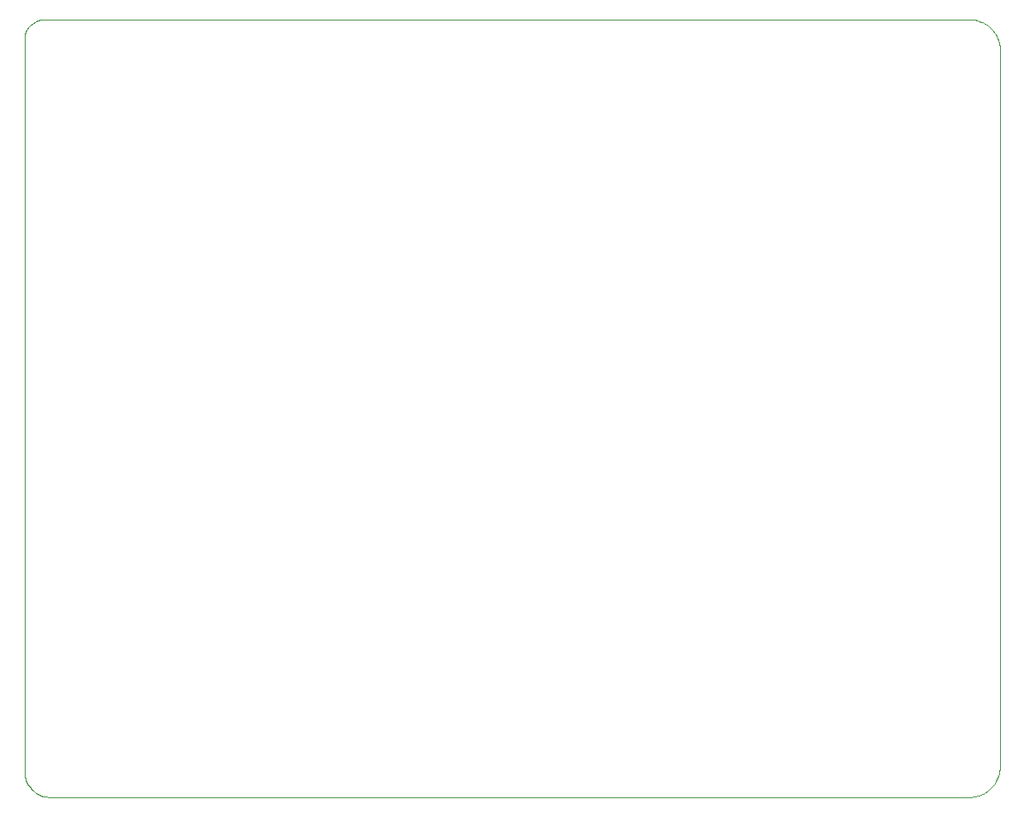
<source format=gbr>
%FSTAX23Y23*%
%MOIN*%
%SFA1B1*%

%IPPOS*%
%ADD123C,0.001000*%
%LNbatt_man_rev2_profile-1*%
%LPD*%
G54D123*
X0Y0057D02*
Y03405D01*
D01*
X0Y0341*
X0Y03416*
X0Y03421*
X0Y03427*
X00001Y03432*
X00002Y03438*
X00004Y03443*
X00006Y03448*
X00009Y03453*
X00012Y03458*
X00015Y03463*
X00019Y03467*
X00022Y03471*
X00026Y03475*
X00031Y03479*
X00035Y03482*
X0004Y03485*
X00045Y03487*
X0005Y0349*
X00056Y03492*
X00061Y03493*
X00067Y03494*
X00072Y03495*
X00078Y03495*
X00084Y03495*
X00086Y03496*
X03673*
X03674*
D01*
X03682Y03496*
X0369Y03496*
X03699Y03495*
X03707Y03494*
X03715Y03492*
X03723Y03489*
X03731Y03486*
X03739Y03483*
X03746Y03478*
X03753Y03474*
X0376Y03469*
X03766Y03463*
X03772Y03457*
X03777Y03451*
X03782Y03444*
X03787Y03437*
X03791Y0343*
X03795Y03422*
X03798Y03414*
X038Y03406*
X03802Y03398*
X03803Y0339*
X03804Y03381*
X03804Y03376*
Y00598*
X03803Y00597*
D01*
X03803Y00588*
X03803Y0058*
X03803Y00571*
X03802Y00563*
X038Y00555*
X03798Y00546*
X03795Y00539*
X03792Y00531*
X03788Y00523*
X03783Y00516*
X03779Y00509*
X03773Y00503*
X03767Y00497*
X03761Y00491*
X03755Y00486*
X03748Y00481*
X0374Y00476*
X03733Y00473*
X03725Y00469*
X03717Y00467*
X03709Y00465*
X03701Y00463*
X03692Y00462*
X03684Y00462*
X03678Y00462*
X00108*
D01*
X001Y00461*
X00093Y00462*
X00086Y00463*
X00079Y00464*
X00072Y00466*
X00065Y00468*
X00059Y00471*
X00052Y00475*
X00046Y00478*
X0004Y00482*
X00035Y00487*
X00029Y00492*
X00024Y00497*
X0002Y00503*
X00016Y00509*
X00012Y00515*
X00009Y00521*
X00006Y00528*
X00004Y00535*
X00002Y00542*
X00001Y00549*
X0Y00556*
X0Y00563*
X0Y0057*
M02*
</source>
